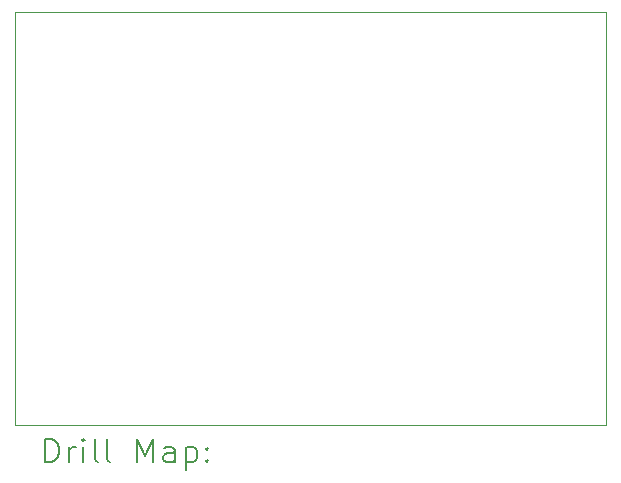
<source format=gbr>
%TF.GenerationSoftware,KiCad,Pcbnew,(6.0.8-1)-1*%
%TF.CreationDate,2022-12-26T00:29:07-06:00*%
%TF.ProjectId,CAN Distribution With Debug,43414e20-4469-4737-9472-69627574696f,rev?*%
%TF.SameCoordinates,Original*%
%TF.FileFunction,Drillmap*%
%TF.FilePolarity,Positive*%
%FSLAX45Y45*%
G04 Gerber Fmt 4.5, Leading zero omitted, Abs format (unit mm)*
G04 Created by KiCad (PCBNEW (6.0.8-1)-1) date 2022-12-26 00:29:07*
%MOMM*%
%LPD*%
G01*
G04 APERTURE LIST*
%ADD10C,0.100000*%
%ADD11C,0.200000*%
G04 APERTURE END LIST*
D10*
X9400000Y-8510000D02*
X14400000Y-8510000D01*
X14400000Y-8510000D02*
X14400000Y-12010000D01*
X14400000Y-12010000D02*
X9400000Y-12010000D01*
X9400000Y-12010000D02*
X9400000Y-8510000D01*
D11*
X9652619Y-12325476D02*
X9652619Y-12125476D01*
X9700238Y-12125476D01*
X9728810Y-12135000D01*
X9747857Y-12154048D01*
X9757381Y-12173095D01*
X9766905Y-12211190D01*
X9766905Y-12239762D01*
X9757381Y-12277857D01*
X9747857Y-12296905D01*
X9728810Y-12315952D01*
X9700238Y-12325476D01*
X9652619Y-12325476D01*
X9852619Y-12325476D02*
X9852619Y-12192143D01*
X9852619Y-12230238D02*
X9862143Y-12211190D01*
X9871667Y-12201667D01*
X9890714Y-12192143D01*
X9909762Y-12192143D01*
X9976429Y-12325476D02*
X9976429Y-12192143D01*
X9976429Y-12125476D02*
X9966905Y-12135000D01*
X9976429Y-12144524D01*
X9985952Y-12135000D01*
X9976429Y-12125476D01*
X9976429Y-12144524D01*
X10100238Y-12325476D02*
X10081190Y-12315952D01*
X10071667Y-12296905D01*
X10071667Y-12125476D01*
X10205000Y-12325476D02*
X10185952Y-12315952D01*
X10176429Y-12296905D01*
X10176429Y-12125476D01*
X10433571Y-12325476D02*
X10433571Y-12125476D01*
X10500238Y-12268333D01*
X10566905Y-12125476D01*
X10566905Y-12325476D01*
X10747857Y-12325476D02*
X10747857Y-12220714D01*
X10738333Y-12201667D01*
X10719286Y-12192143D01*
X10681190Y-12192143D01*
X10662143Y-12201667D01*
X10747857Y-12315952D02*
X10728810Y-12325476D01*
X10681190Y-12325476D01*
X10662143Y-12315952D01*
X10652619Y-12296905D01*
X10652619Y-12277857D01*
X10662143Y-12258809D01*
X10681190Y-12249286D01*
X10728810Y-12249286D01*
X10747857Y-12239762D01*
X10843095Y-12192143D02*
X10843095Y-12392143D01*
X10843095Y-12201667D02*
X10862143Y-12192143D01*
X10900238Y-12192143D01*
X10919286Y-12201667D01*
X10928810Y-12211190D01*
X10938333Y-12230238D01*
X10938333Y-12287381D01*
X10928810Y-12306428D01*
X10919286Y-12315952D01*
X10900238Y-12325476D01*
X10862143Y-12325476D01*
X10843095Y-12315952D01*
X11024048Y-12306428D02*
X11033571Y-12315952D01*
X11024048Y-12325476D01*
X11014524Y-12315952D01*
X11024048Y-12306428D01*
X11024048Y-12325476D01*
X11024048Y-12201667D02*
X11033571Y-12211190D01*
X11024048Y-12220714D01*
X11014524Y-12211190D01*
X11024048Y-12201667D01*
X11024048Y-12220714D01*
M02*

</source>
